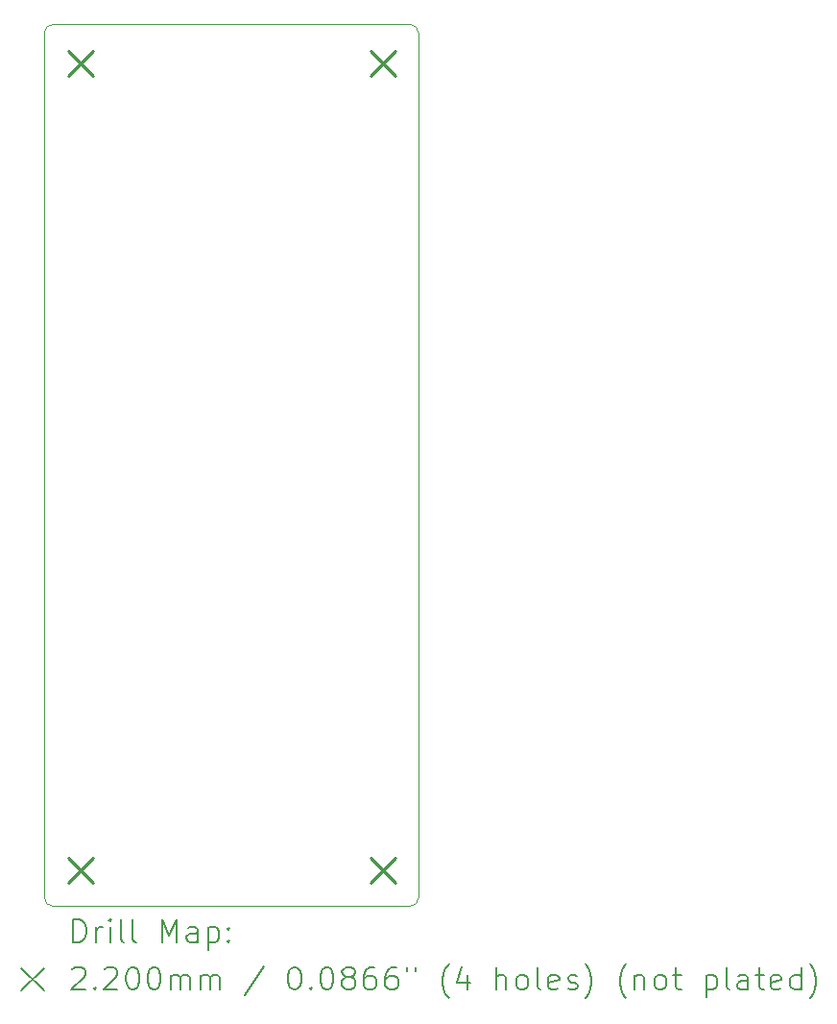
<source format=gbr>
%TF.GenerationSoftware,KiCad,Pcbnew,7.0.9-7.0.9~ubuntu20.04.1*%
%TF.CreationDate,2023-12-20T18:48:28+01:00*%
%TF.ProjectId,kicad-pmod_7seg,6b696361-642d-4706-9d6f-645f37736567,1.0*%
%TF.SameCoordinates,Original*%
%TF.FileFunction,Drillmap*%
%TF.FilePolarity,Positive*%
%FSLAX45Y45*%
G04 Gerber Fmt 4.5, Leading zero omitted, Abs format (unit mm)*
G04 Created by KiCad (PCBNEW 7.0.9-7.0.9~ubuntu20.04.1) date 2023-12-20 18:48:28*
%MOMM*%
%LPD*%
G01*
G04 APERTURE LIST*
%ADD10C,0.100000*%
%ADD11C,0.200000*%
%ADD12C,0.220000*%
G04 APERTURE END LIST*
D10*
X14909800Y-12192000D02*
G75*
G03*
X14986000Y-12115800I0J76200D01*
G01*
X14986000Y-4495800D02*
G75*
G03*
X14909800Y-4419600I-76200J0D01*
G01*
X11760200Y-4419600D02*
G75*
G03*
X11684000Y-4495800I0J-76200D01*
G01*
X11684000Y-12115800D02*
G75*
G03*
X11760200Y-12192000I76200J0D01*
G01*
X14986000Y-12115800D02*
X14986000Y-4495800D01*
X11760200Y-12192000D02*
X14909800Y-12192000D01*
X11684000Y-4495800D02*
X11684000Y-12115800D01*
X14909800Y-4419600D02*
X11760200Y-4419600D01*
D11*
D12*
X11891500Y-4652500D02*
X12111500Y-4872500D01*
X12111500Y-4652500D02*
X11891500Y-4872500D01*
X11891500Y-11764500D02*
X12111500Y-11984500D01*
X12111500Y-11764500D02*
X11891500Y-11984500D01*
X14558500Y-4652500D02*
X14778500Y-4872500D01*
X14778500Y-4652500D02*
X14558500Y-4872500D01*
X14558500Y-11764500D02*
X14778500Y-11984500D01*
X14778500Y-11764500D02*
X14558500Y-11984500D01*
D11*
X11939777Y-12508484D02*
X11939777Y-12308484D01*
X11939777Y-12308484D02*
X11987396Y-12308484D01*
X11987396Y-12308484D02*
X12015967Y-12318008D01*
X12015967Y-12318008D02*
X12035015Y-12337055D01*
X12035015Y-12337055D02*
X12044539Y-12356103D01*
X12044539Y-12356103D02*
X12054062Y-12394198D01*
X12054062Y-12394198D02*
X12054062Y-12422769D01*
X12054062Y-12422769D02*
X12044539Y-12460865D01*
X12044539Y-12460865D02*
X12035015Y-12479912D01*
X12035015Y-12479912D02*
X12015967Y-12498960D01*
X12015967Y-12498960D02*
X11987396Y-12508484D01*
X11987396Y-12508484D02*
X11939777Y-12508484D01*
X12139777Y-12508484D02*
X12139777Y-12375150D01*
X12139777Y-12413246D02*
X12149301Y-12394198D01*
X12149301Y-12394198D02*
X12158824Y-12384674D01*
X12158824Y-12384674D02*
X12177872Y-12375150D01*
X12177872Y-12375150D02*
X12196920Y-12375150D01*
X12263586Y-12508484D02*
X12263586Y-12375150D01*
X12263586Y-12308484D02*
X12254062Y-12318008D01*
X12254062Y-12318008D02*
X12263586Y-12327531D01*
X12263586Y-12327531D02*
X12273110Y-12318008D01*
X12273110Y-12318008D02*
X12263586Y-12308484D01*
X12263586Y-12308484D02*
X12263586Y-12327531D01*
X12387396Y-12508484D02*
X12368348Y-12498960D01*
X12368348Y-12498960D02*
X12358824Y-12479912D01*
X12358824Y-12479912D02*
X12358824Y-12308484D01*
X12492158Y-12508484D02*
X12473110Y-12498960D01*
X12473110Y-12498960D02*
X12463586Y-12479912D01*
X12463586Y-12479912D02*
X12463586Y-12308484D01*
X12720729Y-12508484D02*
X12720729Y-12308484D01*
X12720729Y-12308484D02*
X12787396Y-12451341D01*
X12787396Y-12451341D02*
X12854062Y-12308484D01*
X12854062Y-12308484D02*
X12854062Y-12508484D01*
X13035015Y-12508484D02*
X13035015Y-12403722D01*
X13035015Y-12403722D02*
X13025491Y-12384674D01*
X13025491Y-12384674D02*
X13006443Y-12375150D01*
X13006443Y-12375150D02*
X12968348Y-12375150D01*
X12968348Y-12375150D02*
X12949301Y-12384674D01*
X13035015Y-12498960D02*
X13015967Y-12508484D01*
X13015967Y-12508484D02*
X12968348Y-12508484D01*
X12968348Y-12508484D02*
X12949301Y-12498960D01*
X12949301Y-12498960D02*
X12939777Y-12479912D01*
X12939777Y-12479912D02*
X12939777Y-12460865D01*
X12939777Y-12460865D02*
X12949301Y-12441817D01*
X12949301Y-12441817D02*
X12968348Y-12432293D01*
X12968348Y-12432293D02*
X13015967Y-12432293D01*
X13015967Y-12432293D02*
X13035015Y-12422769D01*
X13130253Y-12375150D02*
X13130253Y-12575150D01*
X13130253Y-12384674D02*
X13149301Y-12375150D01*
X13149301Y-12375150D02*
X13187396Y-12375150D01*
X13187396Y-12375150D02*
X13206443Y-12384674D01*
X13206443Y-12384674D02*
X13215967Y-12394198D01*
X13215967Y-12394198D02*
X13225491Y-12413246D01*
X13225491Y-12413246D02*
X13225491Y-12470388D01*
X13225491Y-12470388D02*
X13215967Y-12489436D01*
X13215967Y-12489436D02*
X13206443Y-12498960D01*
X13206443Y-12498960D02*
X13187396Y-12508484D01*
X13187396Y-12508484D02*
X13149301Y-12508484D01*
X13149301Y-12508484D02*
X13130253Y-12498960D01*
X13311205Y-12489436D02*
X13320729Y-12498960D01*
X13320729Y-12498960D02*
X13311205Y-12508484D01*
X13311205Y-12508484D02*
X13301682Y-12498960D01*
X13301682Y-12498960D02*
X13311205Y-12489436D01*
X13311205Y-12489436D02*
X13311205Y-12508484D01*
X13311205Y-12384674D02*
X13320729Y-12394198D01*
X13320729Y-12394198D02*
X13311205Y-12403722D01*
X13311205Y-12403722D02*
X13301682Y-12394198D01*
X13301682Y-12394198D02*
X13311205Y-12384674D01*
X13311205Y-12384674D02*
X13311205Y-12403722D01*
X11479000Y-12737000D02*
X11679000Y-12937000D01*
X11679000Y-12737000D02*
X11479000Y-12937000D01*
X11930253Y-12747531D02*
X11939777Y-12738008D01*
X11939777Y-12738008D02*
X11958824Y-12728484D01*
X11958824Y-12728484D02*
X12006443Y-12728484D01*
X12006443Y-12728484D02*
X12025491Y-12738008D01*
X12025491Y-12738008D02*
X12035015Y-12747531D01*
X12035015Y-12747531D02*
X12044539Y-12766579D01*
X12044539Y-12766579D02*
X12044539Y-12785627D01*
X12044539Y-12785627D02*
X12035015Y-12814198D01*
X12035015Y-12814198D02*
X11920729Y-12928484D01*
X11920729Y-12928484D02*
X12044539Y-12928484D01*
X12130253Y-12909436D02*
X12139777Y-12918960D01*
X12139777Y-12918960D02*
X12130253Y-12928484D01*
X12130253Y-12928484D02*
X12120729Y-12918960D01*
X12120729Y-12918960D02*
X12130253Y-12909436D01*
X12130253Y-12909436D02*
X12130253Y-12928484D01*
X12215967Y-12747531D02*
X12225491Y-12738008D01*
X12225491Y-12738008D02*
X12244539Y-12728484D01*
X12244539Y-12728484D02*
X12292158Y-12728484D01*
X12292158Y-12728484D02*
X12311205Y-12738008D01*
X12311205Y-12738008D02*
X12320729Y-12747531D01*
X12320729Y-12747531D02*
X12330253Y-12766579D01*
X12330253Y-12766579D02*
X12330253Y-12785627D01*
X12330253Y-12785627D02*
X12320729Y-12814198D01*
X12320729Y-12814198D02*
X12206443Y-12928484D01*
X12206443Y-12928484D02*
X12330253Y-12928484D01*
X12454062Y-12728484D02*
X12473110Y-12728484D01*
X12473110Y-12728484D02*
X12492158Y-12738008D01*
X12492158Y-12738008D02*
X12501682Y-12747531D01*
X12501682Y-12747531D02*
X12511205Y-12766579D01*
X12511205Y-12766579D02*
X12520729Y-12804674D01*
X12520729Y-12804674D02*
X12520729Y-12852293D01*
X12520729Y-12852293D02*
X12511205Y-12890388D01*
X12511205Y-12890388D02*
X12501682Y-12909436D01*
X12501682Y-12909436D02*
X12492158Y-12918960D01*
X12492158Y-12918960D02*
X12473110Y-12928484D01*
X12473110Y-12928484D02*
X12454062Y-12928484D01*
X12454062Y-12928484D02*
X12435015Y-12918960D01*
X12435015Y-12918960D02*
X12425491Y-12909436D01*
X12425491Y-12909436D02*
X12415967Y-12890388D01*
X12415967Y-12890388D02*
X12406443Y-12852293D01*
X12406443Y-12852293D02*
X12406443Y-12804674D01*
X12406443Y-12804674D02*
X12415967Y-12766579D01*
X12415967Y-12766579D02*
X12425491Y-12747531D01*
X12425491Y-12747531D02*
X12435015Y-12738008D01*
X12435015Y-12738008D02*
X12454062Y-12728484D01*
X12644539Y-12728484D02*
X12663586Y-12728484D01*
X12663586Y-12728484D02*
X12682634Y-12738008D01*
X12682634Y-12738008D02*
X12692158Y-12747531D01*
X12692158Y-12747531D02*
X12701682Y-12766579D01*
X12701682Y-12766579D02*
X12711205Y-12804674D01*
X12711205Y-12804674D02*
X12711205Y-12852293D01*
X12711205Y-12852293D02*
X12701682Y-12890388D01*
X12701682Y-12890388D02*
X12692158Y-12909436D01*
X12692158Y-12909436D02*
X12682634Y-12918960D01*
X12682634Y-12918960D02*
X12663586Y-12928484D01*
X12663586Y-12928484D02*
X12644539Y-12928484D01*
X12644539Y-12928484D02*
X12625491Y-12918960D01*
X12625491Y-12918960D02*
X12615967Y-12909436D01*
X12615967Y-12909436D02*
X12606443Y-12890388D01*
X12606443Y-12890388D02*
X12596920Y-12852293D01*
X12596920Y-12852293D02*
X12596920Y-12804674D01*
X12596920Y-12804674D02*
X12606443Y-12766579D01*
X12606443Y-12766579D02*
X12615967Y-12747531D01*
X12615967Y-12747531D02*
X12625491Y-12738008D01*
X12625491Y-12738008D02*
X12644539Y-12728484D01*
X12796920Y-12928484D02*
X12796920Y-12795150D01*
X12796920Y-12814198D02*
X12806443Y-12804674D01*
X12806443Y-12804674D02*
X12825491Y-12795150D01*
X12825491Y-12795150D02*
X12854063Y-12795150D01*
X12854063Y-12795150D02*
X12873110Y-12804674D01*
X12873110Y-12804674D02*
X12882634Y-12823722D01*
X12882634Y-12823722D02*
X12882634Y-12928484D01*
X12882634Y-12823722D02*
X12892158Y-12804674D01*
X12892158Y-12804674D02*
X12911205Y-12795150D01*
X12911205Y-12795150D02*
X12939777Y-12795150D01*
X12939777Y-12795150D02*
X12958824Y-12804674D01*
X12958824Y-12804674D02*
X12968348Y-12823722D01*
X12968348Y-12823722D02*
X12968348Y-12928484D01*
X13063586Y-12928484D02*
X13063586Y-12795150D01*
X13063586Y-12814198D02*
X13073110Y-12804674D01*
X13073110Y-12804674D02*
X13092158Y-12795150D01*
X13092158Y-12795150D02*
X13120729Y-12795150D01*
X13120729Y-12795150D02*
X13139777Y-12804674D01*
X13139777Y-12804674D02*
X13149301Y-12823722D01*
X13149301Y-12823722D02*
X13149301Y-12928484D01*
X13149301Y-12823722D02*
X13158824Y-12804674D01*
X13158824Y-12804674D02*
X13177872Y-12795150D01*
X13177872Y-12795150D02*
X13206443Y-12795150D01*
X13206443Y-12795150D02*
X13225491Y-12804674D01*
X13225491Y-12804674D02*
X13235015Y-12823722D01*
X13235015Y-12823722D02*
X13235015Y-12928484D01*
X13625491Y-12718960D02*
X13454063Y-12976103D01*
X13882634Y-12728484D02*
X13901682Y-12728484D01*
X13901682Y-12728484D02*
X13920729Y-12738008D01*
X13920729Y-12738008D02*
X13930253Y-12747531D01*
X13930253Y-12747531D02*
X13939777Y-12766579D01*
X13939777Y-12766579D02*
X13949301Y-12804674D01*
X13949301Y-12804674D02*
X13949301Y-12852293D01*
X13949301Y-12852293D02*
X13939777Y-12890388D01*
X13939777Y-12890388D02*
X13930253Y-12909436D01*
X13930253Y-12909436D02*
X13920729Y-12918960D01*
X13920729Y-12918960D02*
X13901682Y-12928484D01*
X13901682Y-12928484D02*
X13882634Y-12928484D01*
X13882634Y-12928484D02*
X13863586Y-12918960D01*
X13863586Y-12918960D02*
X13854063Y-12909436D01*
X13854063Y-12909436D02*
X13844539Y-12890388D01*
X13844539Y-12890388D02*
X13835015Y-12852293D01*
X13835015Y-12852293D02*
X13835015Y-12804674D01*
X13835015Y-12804674D02*
X13844539Y-12766579D01*
X13844539Y-12766579D02*
X13854063Y-12747531D01*
X13854063Y-12747531D02*
X13863586Y-12738008D01*
X13863586Y-12738008D02*
X13882634Y-12728484D01*
X14035015Y-12909436D02*
X14044539Y-12918960D01*
X14044539Y-12918960D02*
X14035015Y-12928484D01*
X14035015Y-12928484D02*
X14025491Y-12918960D01*
X14025491Y-12918960D02*
X14035015Y-12909436D01*
X14035015Y-12909436D02*
X14035015Y-12928484D01*
X14168348Y-12728484D02*
X14187396Y-12728484D01*
X14187396Y-12728484D02*
X14206444Y-12738008D01*
X14206444Y-12738008D02*
X14215967Y-12747531D01*
X14215967Y-12747531D02*
X14225491Y-12766579D01*
X14225491Y-12766579D02*
X14235015Y-12804674D01*
X14235015Y-12804674D02*
X14235015Y-12852293D01*
X14235015Y-12852293D02*
X14225491Y-12890388D01*
X14225491Y-12890388D02*
X14215967Y-12909436D01*
X14215967Y-12909436D02*
X14206444Y-12918960D01*
X14206444Y-12918960D02*
X14187396Y-12928484D01*
X14187396Y-12928484D02*
X14168348Y-12928484D01*
X14168348Y-12928484D02*
X14149301Y-12918960D01*
X14149301Y-12918960D02*
X14139777Y-12909436D01*
X14139777Y-12909436D02*
X14130253Y-12890388D01*
X14130253Y-12890388D02*
X14120729Y-12852293D01*
X14120729Y-12852293D02*
X14120729Y-12804674D01*
X14120729Y-12804674D02*
X14130253Y-12766579D01*
X14130253Y-12766579D02*
X14139777Y-12747531D01*
X14139777Y-12747531D02*
X14149301Y-12738008D01*
X14149301Y-12738008D02*
X14168348Y-12728484D01*
X14349301Y-12814198D02*
X14330253Y-12804674D01*
X14330253Y-12804674D02*
X14320729Y-12795150D01*
X14320729Y-12795150D02*
X14311206Y-12776103D01*
X14311206Y-12776103D02*
X14311206Y-12766579D01*
X14311206Y-12766579D02*
X14320729Y-12747531D01*
X14320729Y-12747531D02*
X14330253Y-12738008D01*
X14330253Y-12738008D02*
X14349301Y-12728484D01*
X14349301Y-12728484D02*
X14387396Y-12728484D01*
X14387396Y-12728484D02*
X14406444Y-12738008D01*
X14406444Y-12738008D02*
X14415967Y-12747531D01*
X14415967Y-12747531D02*
X14425491Y-12766579D01*
X14425491Y-12766579D02*
X14425491Y-12776103D01*
X14425491Y-12776103D02*
X14415967Y-12795150D01*
X14415967Y-12795150D02*
X14406444Y-12804674D01*
X14406444Y-12804674D02*
X14387396Y-12814198D01*
X14387396Y-12814198D02*
X14349301Y-12814198D01*
X14349301Y-12814198D02*
X14330253Y-12823722D01*
X14330253Y-12823722D02*
X14320729Y-12833246D01*
X14320729Y-12833246D02*
X14311206Y-12852293D01*
X14311206Y-12852293D02*
X14311206Y-12890388D01*
X14311206Y-12890388D02*
X14320729Y-12909436D01*
X14320729Y-12909436D02*
X14330253Y-12918960D01*
X14330253Y-12918960D02*
X14349301Y-12928484D01*
X14349301Y-12928484D02*
X14387396Y-12928484D01*
X14387396Y-12928484D02*
X14406444Y-12918960D01*
X14406444Y-12918960D02*
X14415967Y-12909436D01*
X14415967Y-12909436D02*
X14425491Y-12890388D01*
X14425491Y-12890388D02*
X14425491Y-12852293D01*
X14425491Y-12852293D02*
X14415967Y-12833246D01*
X14415967Y-12833246D02*
X14406444Y-12823722D01*
X14406444Y-12823722D02*
X14387396Y-12814198D01*
X14596920Y-12728484D02*
X14558825Y-12728484D01*
X14558825Y-12728484D02*
X14539777Y-12738008D01*
X14539777Y-12738008D02*
X14530253Y-12747531D01*
X14530253Y-12747531D02*
X14511206Y-12776103D01*
X14511206Y-12776103D02*
X14501682Y-12814198D01*
X14501682Y-12814198D02*
X14501682Y-12890388D01*
X14501682Y-12890388D02*
X14511206Y-12909436D01*
X14511206Y-12909436D02*
X14520729Y-12918960D01*
X14520729Y-12918960D02*
X14539777Y-12928484D01*
X14539777Y-12928484D02*
X14577872Y-12928484D01*
X14577872Y-12928484D02*
X14596920Y-12918960D01*
X14596920Y-12918960D02*
X14606444Y-12909436D01*
X14606444Y-12909436D02*
X14615967Y-12890388D01*
X14615967Y-12890388D02*
X14615967Y-12842769D01*
X14615967Y-12842769D02*
X14606444Y-12823722D01*
X14606444Y-12823722D02*
X14596920Y-12814198D01*
X14596920Y-12814198D02*
X14577872Y-12804674D01*
X14577872Y-12804674D02*
X14539777Y-12804674D01*
X14539777Y-12804674D02*
X14520729Y-12814198D01*
X14520729Y-12814198D02*
X14511206Y-12823722D01*
X14511206Y-12823722D02*
X14501682Y-12842769D01*
X14787396Y-12728484D02*
X14749301Y-12728484D01*
X14749301Y-12728484D02*
X14730253Y-12738008D01*
X14730253Y-12738008D02*
X14720729Y-12747531D01*
X14720729Y-12747531D02*
X14701682Y-12776103D01*
X14701682Y-12776103D02*
X14692158Y-12814198D01*
X14692158Y-12814198D02*
X14692158Y-12890388D01*
X14692158Y-12890388D02*
X14701682Y-12909436D01*
X14701682Y-12909436D02*
X14711206Y-12918960D01*
X14711206Y-12918960D02*
X14730253Y-12928484D01*
X14730253Y-12928484D02*
X14768348Y-12928484D01*
X14768348Y-12928484D02*
X14787396Y-12918960D01*
X14787396Y-12918960D02*
X14796920Y-12909436D01*
X14796920Y-12909436D02*
X14806444Y-12890388D01*
X14806444Y-12890388D02*
X14806444Y-12842769D01*
X14806444Y-12842769D02*
X14796920Y-12823722D01*
X14796920Y-12823722D02*
X14787396Y-12814198D01*
X14787396Y-12814198D02*
X14768348Y-12804674D01*
X14768348Y-12804674D02*
X14730253Y-12804674D01*
X14730253Y-12804674D02*
X14711206Y-12814198D01*
X14711206Y-12814198D02*
X14701682Y-12823722D01*
X14701682Y-12823722D02*
X14692158Y-12842769D01*
X14882634Y-12728484D02*
X14882634Y-12766579D01*
X14958825Y-12728484D02*
X14958825Y-12766579D01*
X15254063Y-13004674D02*
X15244539Y-12995150D01*
X15244539Y-12995150D02*
X15225491Y-12966579D01*
X15225491Y-12966579D02*
X15215968Y-12947531D01*
X15215968Y-12947531D02*
X15206444Y-12918960D01*
X15206444Y-12918960D02*
X15196920Y-12871341D01*
X15196920Y-12871341D02*
X15196920Y-12833246D01*
X15196920Y-12833246D02*
X15206444Y-12785627D01*
X15206444Y-12785627D02*
X15215968Y-12757055D01*
X15215968Y-12757055D02*
X15225491Y-12738008D01*
X15225491Y-12738008D02*
X15244539Y-12709436D01*
X15244539Y-12709436D02*
X15254063Y-12699912D01*
X15415968Y-12795150D02*
X15415968Y-12928484D01*
X15368348Y-12718960D02*
X15320729Y-12861817D01*
X15320729Y-12861817D02*
X15444539Y-12861817D01*
X15673110Y-12928484D02*
X15673110Y-12728484D01*
X15758825Y-12928484D02*
X15758825Y-12823722D01*
X15758825Y-12823722D02*
X15749301Y-12804674D01*
X15749301Y-12804674D02*
X15730253Y-12795150D01*
X15730253Y-12795150D02*
X15701682Y-12795150D01*
X15701682Y-12795150D02*
X15682634Y-12804674D01*
X15682634Y-12804674D02*
X15673110Y-12814198D01*
X15882634Y-12928484D02*
X15863587Y-12918960D01*
X15863587Y-12918960D02*
X15854063Y-12909436D01*
X15854063Y-12909436D02*
X15844539Y-12890388D01*
X15844539Y-12890388D02*
X15844539Y-12833246D01*
X15844539Y-12833246D02*
X15854063Y-12814198D01*
X15854063Y-12814198D02*
X15863587Y-12804674D01*
X15863587Y-12804674D02*
X15882634Y-12795150D01*
X15882634Y-12795150D02*
X15911206Y-12795150D01*
X15911206Y-12795150D02*
X15930253Y-12804674D01*
X15930253Y-12804674D02*
X15939777Y-12814198D01*
X15939777Y-12814198D02*
X15949301Y-12833246D01*
X15949301Y-12833246D02*
X15949301Y-12890388D01*
X15949301Y-12890388D02*
X15939777Y-12909436D01*
X15939777Y-12909436D02*
X15930253Y-12918960D01*
X15930253Y-12918960D02*
X15911206Y-12928484D01*
X15911206Y-12928484D02*
X15882634Y-12928484D01*
X16063587Y-12928484D02*
X16044539Y-12918960D01*
X16044539Y-12918960D02*
X16035015Y-12899912D01*
X16035015Y-12899912D02*
X16035015Y-12728484D01*
X16215968Y-12918960D02*
X16196920Y-12928484D01*
X16196920Y-12928484D02*
X16158825Y-12928484D01*
X16158825Y-12928484D02*
X16139777Y-12918960D01*
X16139777Y-12918960D02*
X16130253Y-12899912D01*
X16130253Y-12899912D02*
X16130253Y-12823722D01*
X16130253Y-12823722D02*
X16139777Y-12804674D01*
X16139777Y-12804674D02*
X16158825Y-12795150D01*
X16158825Y-12795150D02*
X16196920Y-12795150D01*
X16196920Y-12795150D02*
X16215968Y-12804674D01*
X16215968Y-12804674D02*
X16225491Y-12823722D01*
X16225491Y-12823722D02*
X16225491Y-12842769D01*
X16225491Y-12842769D02*
X16130253Y-12861817D01*
X16301682Y-12918960D02*
X16320730Y-12928484D01*
X16320730Y-12928484D02*
X16358825Y-12928484D01*
X16358825Y-12928484D02*
X16377872Y-12918960D01*
X16377872Y-12918960D02*
X16387396Y-12899912D01*
X16387396Y-12899912D02*
X16387396Y-12890388D01*
X16387396Y-12890388D02*
X16377872Y-12871341D01*
X16377872Y-12871341D02*
X16358825Y-12861817D01*
X16358825Y-12861817D02*
X16330253Y-12861817D01*
X16330253Y-12861817D02*
X16311206Y-12852293D01*
X16311206Y-12852293D02*
X16301682Y-12833246D01*
X16301682Y-12833246D02*
X16301682Y-12823722D01*
X16301682Y-12823722D02*
X16311206Y-12804674D01*
X16311206Y-12804674D02*
X16330253Y-12795150D01*
X16330253Y-12795150D02*
X16358825Y-12795150D01*
X16358825Y-12795150D02*
X16377872Y-12804674D01*
X16454063Y-13004674D02*
X16463587Y-12995150D01*
X16463587Y-12995150D02*
X16482634Y-12966579D01*
X16482634Y-12966579D02*
X16492158Y-12947531D01*
X16492158Y-12947531D02*
X16501682Y-12918960D01*
X16501682Y-12918960D02*
X16511206Y-12871341D01*
X16511206Y-12871341D02*
X16511206Y-12833246D01*
X16511206Y-12833246D02*
X16501682Y-12785627D01*
X16501682Y-12785627D02*
X16492158Y-12757055D01*
X16492158Y-12757055D02*
X16482634Y-12738008D01*
X16482634Y-12738008D02*
X16463587Y-12709436D01*
X16463587Y-12709436D02*
X16454063Y-12699912D01*
X16815968Y-13004674D02*
X16806444Y-12995150D01*
X16806444Y-12995150D02*
X16787396Y-12966579D01*
X16787396Y-12966579D02*
X16777873Y-12947531D01*
X16777873Y-12947531D02*
X16768349Y-12918960D01*
X16768349Y-12918960D02*
X16758825Y-12871341D01*
X16758825Y-12871341D02*
X16758825Y-12833246D01*
X16758825Y-12833246D02*
X16768349Y-12785627D01*
X16768349Y-12785627D02*
X16777873Y-12757055D01*
X16777873Y-12757055D02*
X16787396Y-12738008D01*
X16787396Y-12738008D02*
X16806444Y-12709436D01*
X16806444Y-12709436D02*
X16815968Y-12699912D01*
X16892158Y-12795150D02*
X16892158Y-12928484D01*
X16892158Y-12814198D02*
X16901682Y-12804674D01*
X16901682Y-12804674D02*
X16920730Y-12795150D01*
X16920730Y-12795150D02*
X16949301Y-12795150D01*
X16949301Y-12795150D02*
X16968349Y-12804674D01*
X16968349Y-12804674D02*
X16977873Y-12823722D01*
X16977873Y-12823722D02*
X16977873Y-12928484D01*
X17101682Y-12928484D02*
X17082634Y-12918960D01*
X17082634Y-12918960D02*
X17073111Y-12909436D01*
X17073111Y-12909436D02*
X17063587Y-12890388D01*
X17063587Y-12890388D02*
X17063587Y-12833246D01*
X17063587Y-12833246D02*
X17073111Y-12814198D01*
X17073111Y-12814198D02*
X17082634Y-12804674D01*
X17082634Y-12804674D02*
X17101682Y-12795150D01*
X17101682Y-12795150D02*
X17130254Y-12795150D01*
X17130254Y-12795150D02*
X17149301Y-12804674D01*
X17149301Y-12804674D02*
X17158825Y-12814198D01*
X17158825Y-12814198D02*
X17168349Y-12833246D01*
X17168349Y-12833246D02*
X17168349Y-12890388D01*
X17168349Y-12890388D02*
X17158825Y-12909436D01*
X17158825Y-12909436D02*
X17149301Y-12918960D01*
X17149301Y-12918960D02*
X17130254Y-12928484D01*
X17130254Y-12928484D02*
X17101682Y-12928484D01*
X17225492Y-12795150D02*
X17301682Y-12795150D01*
X17254063Y-12728484D02*
X17254063Y-12899912D01*
X17254063Y-12899912D02*
X17263587Y-12918960D01*
X17263587Y-12918960D02*
X17282634Y-12928484D01*
X17282634Y-12928484D02*
X17301682Y-12928484D01*
X17520730Y-12795150D02*
X17520730Y-12995150D01*
X17520730Y-12804674D02*
X17539777Y-12795150D01*
X17539777Y-12795150D02*
X17577873Y-12795150D01*
X17577873Y-12795150D02*
X17596920Y-12804674D01*
X17596920Y-12804674D02*
X17606444Y-12814198D01*
X17606444Y-12814198D02*
X17615968Y-12833246D01*
X17615968Y-12833246D02*
X17615968Y-12890388D01*
X17615968Y-12890388D02*
X17606444Y-12909436D01*
X17606444Y-12909436D02*
X17596920Y-12918960D01*
X17596920Y-12918960D02*
X17577873Y-12928484D01*
X17577873Y-12928484D02*
X17539777Y-12928484D01*
X17539777Y-12928484D02*
X17520730Y-12918960D01*
X17730254Y-12928484D02*
X17711206Y-12918960D01*
X17711206Y-12918960D02*
X17701682Y-12899912D01*
X17701682Y-12899912D02*
X17701682Y-12728484D01*
X17892158Y-12928484D02*
X17892158Y-12823722D01*
X17892158Y-12823722D02*
X17882635Y-12804674D01*
X17882635Y-12804674D02*
X17863587Y-12795150D01*
X17863587Y-12795150D02*
X17825492Y-12795150D01*
X17825492Y-12795150D02*
X17806444Y-12804674D01*
X17892158Y-12918960D02*
X17873111Y-12928484D01*
X17873111Y-12928484D02*
X17825492Y-12928484D01*
X17825492Y-12928484D02*
X17806444Y-12918960D01*
X17806444Y-12918960D02*
X17796920Y-12899912D01*
X17796920Y-12899912D02*
X17796920Y-12880865D01*
X17796920Y-12880865D02*
X17806444Y-12861817D01*
X17806444Y-12861817D02*
X17825492Y-12852293D01*
X17825492Y-12852293D02*
X17873111Y-12852293D01*
X17873111Y-12852293D02*
X17892158Y-12842769D01*
X17958825Y-12795150D02*
X18035015Y-12795150D01*
X17987396Y-12728484D02*
X17987396Y-12899912D01*
X17987396Y-12899912D02*
X17996920Y-12918960D01*
X17996920Y-12918960D02*
X18015968Y-12928484D01*
X18015968Y-12928484D02*
X18035015Y-12928484D01*
X18177873Y-12918960D02*
X18158825Y-12928484D01*
X18158825Y-12928484D02*
X18120730Y-12928484D01*
X18120730Y-12928484D02*
X18101682Y-12918960D01*
X18101682Y-12918960D02*
X18092158Y-12899912D01*
X18092158Y-12899912D02*
X18092158Y-12823722D01*
X18092158Y-12823722D02*
X18101682Y-12804674D01*
X18101682Y-12804674D02*
X18120730Y-12795150D01*
X18120730Y-12795150D02*
X18158825Y-12795150D01*
X18158825Y-12795150D02*
X18177873Y-12804674D01*
X18177873Y-12804674D02*
X18187396Y-12823722D01*
X18187396Y-12823722D02*
X18187396Y-12842769D01*
X18187396Y-12842769D02*
X18092158Y-12861817D01*
X18358825Y-12928484D02*
X18358825Y-12728484D01*
X18358825Y-12918960D02*
X18339777Y-12928484D01*
X18339777Y-12928484D02*
X18301682Y-12928484D01*
X18301682Y-12928484D02*
X18282635Y-12918960D01*
X18282635Y-12918960D02*
X18273111Y-12909436D01*
X18273111Y-12909436D02*
X18263587Y-12890388D01*
X18263587Y-12890388D02*
X18263587Y-12833246D01*
X18263587Y-12833246D02*
X18273111Y-12814198D01*
X18273111Y-12814198D02*
X18282635Y-12804674D01*
X18282635Y-12804674D02*
X18301682Y-12795150D01*
X18301682Y-12795150D02*
X18339777Y-12795150D01*
X18339777Y-12795150D02*
X18358825Y-12804674D01*
X18435016Y-13004674D02*
X18444539Y-12995150D01*
X18444539Y-12995150D02*
X18463587Y-12966579D01*
X18463587Y-12966579D02*
X18473111Y-12947531D01*
X18473111Y-12947531D02*
X18482635Y-12918960D01*
X18482635Y-12918960D02*
X18492158Y-12871341D01*
X18492158Y-12871341D02*
X18492158Y-12833246D01*
X18492158Y-12833246D02*
X18482635Y-12785627D01*
X18482635Y-12785627D02*
X18473111Y-12757055D01*
X18473111Y-12757055D02*
X18463587Y-12738008D01*
X18463587Y-12738008D02*
X18444539Y-12709436D01*
X18444539Y-12709436D02*
X18435016Y-12699912D01*
M02*

</source>
